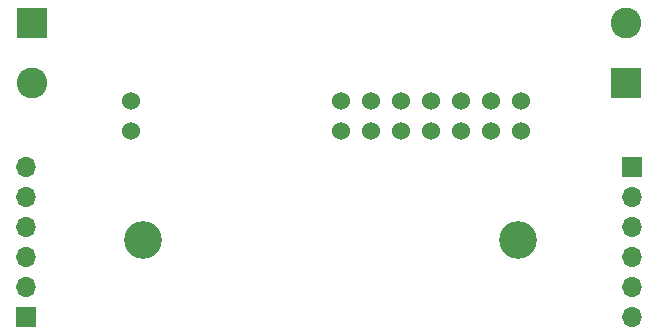
<source format=gbs>
%TF.GenerationSoftware,KiCad,Pcbnew,(6.0.4-0)*%
%TF.CreationDate,2022-03-28T18:44:13+01:00*%
%TF.ProjectId,SevenSegmentModule,53657665-6e53-4656-976d-656e744d6f64,rev?*%
%TF.SameCoordinates,Original*%
%TF.FileFunction,Soldermask,Bot*%
%TF.FilePolarity,Negative*%
%FSLAX46Y46*%
G04 Gerber Fmt 4.6, Leading zero omitted, Abs format (unit mm)*
G04 Created by KiCad (PCBNEW (6.0.4-0)) date 2022-03-28 18:44:13*
%MOMM*%
%LPD*%
G01*
G04 APERTURE LIST*
%ADD10R,1.700000X1.700000*%
%ADD11O,1.700000X1.700000*%
%ADD12C,1.524000*%
%ADD13R,2.600000X2.600000*%
%ADD14C,2.600000*%
%ADD15C,3.200000*%
G04 APERTURE END LIST*
D10*
%TO.C,J4*%
X139192000Y-99568000D03*
D11*
X139192000Y-97028000D03*
X139192000Y-94488000D03*
X139192000Y-91948000D03*
X139192000Y-89408000D03*
X139192000Y-86868000D03*
%TD*%
D10*
%TO.C,J1*%
X190500000Y-86868000D03*
D11*
X190500000Y-89408000D03*
X190500000Y-91948000D03*
X190500000Y-94488000D03*
X190500000Y-97028000D03*
X190500000Y-99568000D03*
%TD*%
D12*
%TO.C,U2*%
X148082000Y-83820000D03*
X148082000Y-81280000D03*
X181102000Y-83820000D03*
X181102000Y-81280000D03*
X178562000Y-83820000D03*
X178562000Y-81280000D03*
X176022000Y-83820000D03*
X176022000Y-81280000D03*
X173482000Y-83820000D03*
X173482000Y-81280000D03*
X170942000Y-83820000D03*
X170942000Y-81280000D03*
X168402000Y-83820000D03*
X168402000Y-81280000D03*
X165862000Y-83820000D03*
X165862000Y-81280000D03*
%TD*%
D13*
%TO.C,J5*%
X139700000Y-74676000D03*
D14*
X139700000Y-79756000D03*
%TD*%
D15*
%TO.C,H2*%
X149098000Y-93091000D03*
%TD*%
%TO.C,H1*%
X180848000Y-93091000D03*
%TD*%
D13*
%TO.C,J2*%
X189992000Y-79756000D03*
D14*
X189992000Y-74676000D03*
%TD*%
M02*

</source>
